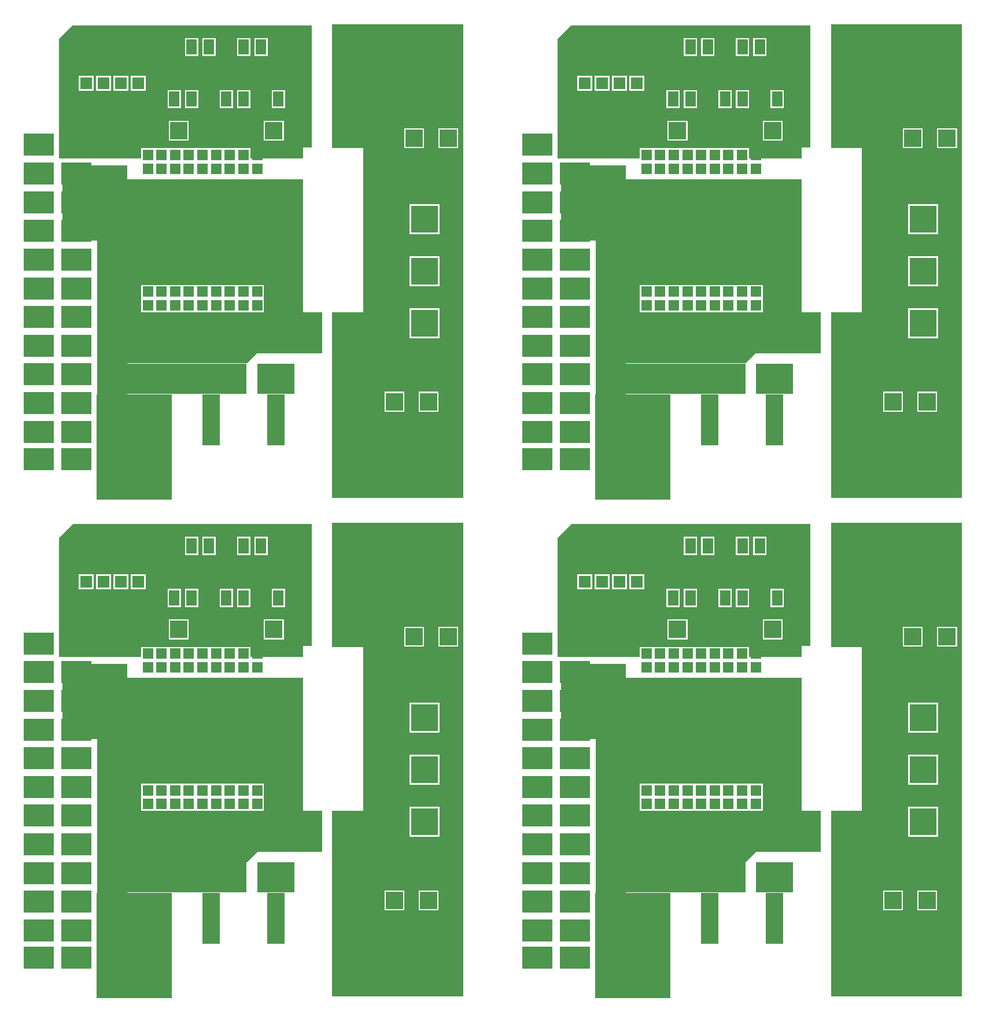
<source format=gtl>
G04 Layer_Physical_Order=1*
G04 Layer_Color=255*
%FSAX44Y44*%
%MOMM*%
G71*
G01*
G75*
%ADD10R,2.5000X7.5000*%
%ADD11R,5.5000X4.5000*%
%ADD12R,9.5000X11.0000*%
%ADD13R,4.5000X22.5000*%
%ADD14R,18.0000X4.5000*%
%ADD15R,11.0000X15.5000*%
%ADD16R,1.5000X2.3000*%
%ADD17R,2.5000X2.5000*%
%ADD18R,1.8000X1.8000*%
%ADD19R,4.4000X3.2000*%
%ADD20R,4.0000X4.0000*%
%ADD21R,1.6000X1.6000*%
G36*
X00749874Y00573139D02*
X00777874D01*
Y00513139D01*
X00682874D01*
X00667874Y00498139D01*
X00492874D01*
Y00768139D01*
X00749874D01*
Y00573139D01*
D02*
G37*
G36*
X00762874Y00814139D02*
X00749874D01*
Y00798139D01*
X00672874D01*
Y00813139D01*
X00652874D01*
X00652874Y00813139D01*
Y00813139D01*
X00634144D01*
X00632874Y00813139D01*
Y00813139D01*
X00632874D01*
Y00813139D01*
X00614144D01*
X00612874Y00813139D01*
Y00813139D01*
X00612874D01*
Y00813139D01*
X00594144D01*
X00592874Y00813139D01*
Y00813139D01*
X00592874D01*
Y00813139D01*
X00574144D01*
X00572874Y00813139D01*
Y00813139D01*
X00572874D01*
Y00813139D01*
X00554144D01*
X00552874Y00813139D01*
Y00813139D01*
X00552874D01*
Y00813139D01*
X00534144D01*
X00532874Y00813139D01*
Y00813139D01*
X00532874D01*
Y00813139D01*
X00512874D01*
Y00798139D01*
X00392874D01*
Y00928139D01*
Y00973139D01*
X00412874Y00993139D01*
X00762874D01*
Y00814139D01*
D02*
G37*
G36*
X00984540Y00301473D02*
X00792874D01*
Y00573139D01*
X00837874D01*
Y00813139D01*
X00792874D01*
Y00994805D01*
X00984540D01*
Y00301473D01*
D02*
G37*
%LPC*%
G36*
X00927374Y00842639D02*
X00898374D01*
Y00813639D01*
X00927374D01*
Y00842639D01*
D02*
G37*
G36*
X00977374D02*
X00948374D01*
Y00813639D01*
X00977374D01*
Y00842639D01*
D02*
G37*
G36*
X00582874Y00853139D02*
X00553874D01*
Y00824139D01*
X00582874D01*
Y00853139D01*
D02*
G37*
G36*
X00721874D02*
X00692874D01*
Y00824139D01*
X00721874D01*
Y00853139D01*
D02*
G37*
G36*
X00949874Y00731339D02*
X00905874D01*
Y00687339D01*
X00949874D01*
Y00731339D01*
D02*
G37*
G36*
X00948374Y00456639D02*
X00919374D01*
Y00427639D01*
X00948374D01*
Y00456639D01*
D02*
G37*
G36*
X00898374D02*
X00869374D01*
Y00427639D01*
X00898374D01*
Y00456639D01*
D02*
G37*
G36*
X00949874Y00578939D02*
X00905874D01*
Y00534939D01*
X00949874D01*
Y00578939D01*
D02*
G37*
G36*
X00632874Y00613139D02*
X00631604Y00613139D01*
X00614144D01*
X00612874Y00613139D01*
X00611604Y00613139D01*
X00594144D01*
X00592874Y00613139D01*
X00591604Y00613139D01*
X00574144D01*
X00572874Y00613139D01*
X00571604Y00613139D01*
X00554144D01*
X00552874Y00613139D01*
X00551604Y00613139D01*
X00534144D01*
X00532874Y00613139D01*
X00531604Y00613139D01*
X00512874D01*
Y00594409D01*
X00512874Y00593139D01*
X00512874Y00591869D01*
Y00573139D01*
X00531604D01*
X00532874Y00573139D01*
X00534144Y00573139D01*
X00551604D01*
X00552874Y00573139D01*
X00554144Y00573139D01*
X00571604D01*
X00572874Y00573139D01*
X00574144Y00573139D01*
X00591604D01*
X00592663Y00573139D01*
X00594144Y00573139D01*
X00611604D01*
X00612874Y00573139D01*
X00614144Y00573139D01*
X00631604D01*
X00632874Y00573139D01*
X00634144Y00573139D01*
X00651604D01*
X00652874Y00573139D01*
X00654144Y00573139D01*
X00671604D01*
X00672791Y00573139D01*
X00674144Y00573139D01*
X00692874D01*
Y00591869D01*
X00692874Y00593139D01*
X00692874Y00594409D01*
Y00613139D01*
X00674144D01*
X00672874Y00613139D01*
X00671604Y00613139D01*
X00654144D01*
X00652913Y00613139D01*
X00651604Y00613139D01*
X00634144D01*
X00632874Y00613139D01*
D02*
G37*
G36*
X00949874Y00655139D02*
X00905874D01*
Y00611139D01*
X00949874D01*
Y00655139D01*
D02*
G37*
G36*
X00596574Y00974739D02*
X00577574D01*
Y00947739D01*
X00596574D01*
Y00974739D01*
D02*
G37*
G36*
X00519674Y00919139D02*
X00497674D01*
Y00897139D01*
X00519674D01*
Y00919139D01*
D02*
G37*
G36*
X00494274D02*
X00472274D01*
Y00897139D01*
X00494274D01*
Y00919139D01*
D02*
G37*
G36*
X00698174Y00974739D02*
X00679174D01*
Y00947739D01*
X00698174D01*
Y00974739D01*
D02*
G37*
G36*
X00672774D02*
X00653774D01*
Y00947739D01*
X00672774D01*
Y00974739D01*
D02*
G37*
G36*
X00621974D02*
X00602974D01*
Y00947739D01*
X00621974D01*
Y00974739D01*
D02*
G37*
G36*
X00468874Y00919139D02*
X00446874D01*
Y00897139D01*
X00468874D01*
Y00919139D01*
D02*
G37*
G36*
X00647374Y00898539D02*
X00628374D01*
Y00871539D01*
X00647374D01*
Y00898539D01*
D02*
G37*
G36*
X00596574D02*
X00577574D01*
Y00871539D01*
X00596574D01*
Y00898539D01*
D02*
G37*
G36*
X00571174D02*
X00552174D01*
Y00871539D01*
X00571174D01*
Y00898539D01*
D02*
G37*
G36*
X00443474Y00919139D02*
X00421474D01*
Y00897139D01*
X00443474D01*
Y00919139D01*
D02*
G37*
G36*
X00723574Y00898539D02*
X00704574D01*
Y00871539D01*
X00723574D01*
Y00898539D01*
D02*
G37*
G36*
X00672774D02*
X00653774D01*
Y00871539D01*
X00672774D01*
Y00898539D01*
D02*
G37*
%LPD*%
G36*
X01479874Y00573139D02*
X01507874D01*
Y00513139D01*
X01412874D01*
X01397874Y00498139D01*
X01222874D01*
Y00768139D01*
X01479874D01*
Y00573139D01*
D02*
G37*
G36*
X01492874Y00814139D02*
X01479874D01*
Y00798139D01*
X01402874D01*
Y00813139D01*
X01382874D01*
X01382874Y00813139D01*
Y00813139D01*
X01364144D01*
X01362874Y00813139D01*
Y00813139D01*
X01362874D01*
Y00813139D01*
X01344144D01*
X01342874Y00813139D01*
Y00813139D01*
X01342874D01*
Y00813139D01*
X01324144D01*
X01322874Y00813139D01*
Y00813139D01*
X01322874D01*
Y00813139D01*
X01304144D01*
X01302874Y00813139D01*
Y00813139D01*
X01302874D01*
Y00813139D01*
X01284144D01*
X01282874Y00813139D01*
Y00813139D01*
X01282874D01*
Y00813139D01*
X01264144D01*
X01262874Y00813139D01*
Y00813139D01*
X01262874D01*
Y00813139D01*
X01242874D01*
Y00798139D01*
X01122874D01*
Y00928139D01*
Y00973139D01*
X01142874Y00993139D01*
X01492874D01*
Y00814139D01*
D02*
G37*
G36*
X01714540Y00301473D02*
X01522874D01*
Y00573139D01*
X01567874D01*
Y00813139D01*
X01522874D01*
Y00994805D01*
X01714540D01*
Y00301473D01*
D02*
G37*
%LPC*%
G36*
X01657374Y00842639D02*
X01628374D01*
Y00813639D01*
X01657374D01*
Y00842639D01*
D02*
G37*
G36*
X01707374D02*
X01678374D01*
Y00813639D01*
X01707374D01*
Y00842639D01*
D02*
G37*
G36*
X01312874Y00853139D02*
X01283874D01*
Y00824139D01*
X01312874D01*
Y00853139D01*
D02*
G37*
G36*
X01451874D02*
X01422874D01*
Y00824139D01*
X01451874D01*
Y00853139D01*
D02*
G37*
G36*
X01679874Y00731339D02*
X01635874D01*
Y00687339D01*
X01679874D01*
Y00731339D01*
D02*
G37*
G36*
X01678374Y00456639D02*
X01649374D01*
Y00427639D01*
X01678374D01*
Y00456639D01*
D02*
G37*
G36*
X01628374D02*
X01599374D01*
Y00427639D01*
X01628374D01*
Y00456639D01*
D02*
G37*
G36*
X01679874Y00578939D02*
X01635874D01*
Y00534939D01*
X01679874D01*
Y00578939D01*
D02*
G37*
G36*
X01362874Y00613139D02*
X01361604Y00613139D01*
X01344144D01*
X01342874Y00613139D01*
X01341604Y00613139D01*
X01324144D01*
X01322874Y00613139D01*
X01321604Y00613139D01*
X01304144D01*
X01302874Y00613139D01*
X01301604Y00613139D01*
X01284144D01*
X01282874Y00613139D01*
X01281604Y00613139D01*
X01264144D01*
X01262874Y00613139D01*
X01261604Y00613139D01*
X01242874D01*
Y00594409D01*
X01242874Y00593139D01*
X01242874Y00591869D01*
Y00573139D01*
X01261604D01*
X01262874Y00573139D01*
X01264144Y00573139D01*
X01281604D01*
X01282874Y00573139D01*
X01284144Y00573139D01*
X01301604D01*
X01302874Y00573139D01*
X01304144Y00573139D01*
X01321604D01*
X01322664Y00573139D01*
X01324144Y00573139D01*
X01341604D01*
X01342874Y00573139D01*
X01344144Y00573139D01*
X01361604D01*
X01362874Y00573139D01*
X01364144Y00573139D01*
X01381604D01*
X01382874Y00573139D01*
X01384144Y00573139D01*
X01401604D01*
X01402791Y00573139D01*
X01404144Y00573139D01*
X01422874D01*
Y00591869D01*
X01422874Y00593139D01*
X01422874Y00594409D01*
Y00613139D01*
X01404144D01*
X01402874Y00613139D01*
X01401604Y00613139D01*
X01384144D01*
X01382913Y00613139D01*
X01381604Y00613139D01*
X01364144D01*
X01362874Y00613139D01*
D02*
G37*
G36*
X01679874Y00655139D02*
X01635874D01*
Y00611139D01*
X01679874D01*
Y00655139D01*
D02*
G37*
G36*
X01326574Y00974739D02*
X01307574D01*
Y00947739D01*
X01326574D01*
Y00974739D01*
D02*
G37*
G36*
X01249674Y00919139D02*
X01227674D01*
Y00897139D01*
X01249674D01*
Y00919139D01*
D02*
G37*
G36*
X01224274D02*
X01202274D01*
Y00897139D01*
X01224274D01*
Y00919139D01*
D02*
G37*
G36*
X01428174Y00974739D02*
X01409174D01*
Y00947739D01*
X01428174D01*
Y00974739D01*
D02*
G37*
G36*
X01402774D02*
X01383774D01*
Y00947739D01*
X01402774D01*
Y00974739D01*
D02*
G37*
G36*
X01351974D02*
X01332974D01*
Y00947739D01*
X01351974D01*
Y00974739D01*
D02*
G37*
G36*
X01198874Y00919139D02*
X01176874D01*
Y00897139D01*
X01198874D01*
Y00919139D01*
D02*
G37*
G36*
X01377374Y00898539D02*
X01358374D01*
Y00871539D01*
X01377374D01*
Y00898539D01*
D02*
G37*
G36*
X01326574D02*
X01307574D01*
Y00871539D01*
X01326574D01*
Y00898539D01*
D02*
G37*
G36*
X01301174D02*
X01282174D01*
Y00871539D01*
X01301174D01*
Y00898539D01*
D02*
G37*
G36*
X01173474Y00919139D02*
X01151474D01*
Y00897139D01*
X01173474D01*
Y00919139D01*
D02*
G37*
G36*
X01453574Y00898539D02*
X01434574D01*
Y00871539D01*
X01453574D01*
Y00898539D01*
D02*
G37*
G36*
X01402774D02*
X01383774D01*
Y00871539D01*
X01402774D01*
Y00898539D01*
D02*
G37*
%LPD*%
G36*
X00749874Y01303139D02*
X00777874D01*
Y01243139D01*
X00682874D01*
X00667874Y01228139D01*
X00492874D01*
Y01498139D01*
X00749874D01*
Y01303139D01*
D02*
G37*
G36*
X00762874Y01544139D02*
X00749874D01*
Y01528139D01*
X00672874D01*
Y01543139D01*
X00652874D01*
X00652874Y01543139D01*
Y01543139D01*
X00634144D01*
X00632874Y01543139D01*
Y01543139D01*
X00632874D01*
Y01543139D01*
X00614144D01*
X00612874Y01543139D01*
Y01543139D01*
X00612874D01*
Y01543139D01*
X00594144D01*
X00592874Y01543139D01*
Y01543139D01*
X00592874D01*
Y01543139D01*
X00574144D01*
X00572874Y01543139D01*
Y01543139D01*
X00572874D01*
Y01543139D01*
X00554144D01*
X00552874Y01543139D01*
Y01543139D01*
X00552874D01*
Y01543139D01*
X00534144D01*
X00532874Y01543139D01*
Y01543139D01*
X00532874D01*
Y01543139D01*
X00512874D01*
Y01528139D01*
X00392874D01*
Y01658139D01*
Y01703139D01*
X00412874Y01723139D01*
X00762874D01*
Y01544139D01*
D02*
G37*
G36*
X00984540Y01031473D02*
X00792874D01*
Y01303139D01*
X00837874D01*
Y01543139D01*
X00792874D01*
Y01724805D01*
X00984540D01*
Y01031473D01*
D02*
G37*
%LPC*%
G36*
X00927374Y01572639D02*
X00898374D01*
Y01543639D01*
X00927374D01*
Y01572639D01*
D02*
G37*
G36*
X00977374D02*
X00948374D01*
Y01543639D01*
X00977374D01*
Y01572639D01*
D02*
G37*
G36*
X00582874Y01583139D02*
X00553874D01*
Y01554139D01*
X00582874D01*
Y01583139D01*
D02*
G37*
G36*
X00721874D02*
X00692874D01*
Y01554139D01*
X00721874D01*
Y01583139D01*
D02*
G37*
G36*
X00949874Y01461339D02*
X00905874D01*
Y01417339D01*
X00949874D01*
Y01461339D01*
D02*
G37*
G36*
X00948374Y01186639D02*
X00919374D01*
Y01157639D01*
X00948374D01*
Y01186639D01*
D02*
G37*
G36*
X00898374D02*
X00869374D01*
Y01157639D01*
X00898374D01*
Y01186639D01*
D02*
G37*
G36*
X00949874Y01308939D02*
X00905874D01*
Y01264939D01*
X00949874D01*
Y01308939D01*
D02*
G37*
G36*
X00632874Y01343139D02*
X00631604Y01343139D01*
X00614144D01*
X00612874Y01343139D01*
X00611604Y01343139D01*
X00594144D01*
X00592874Y01343139D01*
X00591604Y01343139D01*
X00574144D01*
X00572874Y01343139D01*
X00571604Y01343139D01*
X00554144D01*
X00552874Y01343139D01*
X00551604Y01343139D01*
X00534144D01*
X00532874Y01343139D01*
X00531604Y01343139D01*
X00512874D01*
Y01324409D01*
X00512874Y01323139D01*
X00512874Y01321869D01*
Y01303139D01*
X00531604D01*
X00532874Y01303139D01*
X00534144Y01303139D01*
X00551604D01*
X00552874Y01303139D01*
X00554144Y01303139D01*
X00571604D01*
X00572874Y01303139D01*
X00574144Y01303139D01*
X00591604D01*
X00592663Y01303139D01*
X00594144Y01303139D01*
X00611604D01*
X00612874Y01303139D01*
X00614144Y01303139D01*
X00631604D01*
X00632874Y01303139D01*
X00634144Y01303139D01*
X00651604D01*
X00652874Y01303139D01*
X00654144Y01303139D01*
X00671604D01*
X00672791Y01303139D01*
X00674144Y01303139D01*
X00692874D01*
Y01321869D01*
X00692874Y01323139D01*
X00692874Y01324409D01*
Y01343139D01*
X00674144D01*
X00672874Y01343139D01*
X00671604Y01343139D01*
X00654144D01*
X00652913Y01343139D01*
X00651604Y01343139D01*
X00634144D01*
X00632874Y01343139D01*
D02*
G37*
G36*
X00949874Y01385139D02*
X00905874D01*
Y01341139D01*
X00949874D01*
Y01385139D01*
D02*
G37*
G36*
X00596574Y01704739D02*
X00577574D01*
Y01677739D01*
X00596574D01*
Y01704739D01*
D02*
G37*
G36*
X00519674Y01649139D02*
X00497674D01*
Y01627139D01*
X00519674D01*
Y01649139D01*
D02*
G37*
G36*
X00494274D02*
X00472274D01*
Y01627139D01*
X00494274D01*
Y01649139D01*
D02*
G37*
G36*
X00698174Y01704739D02*
X00679174D01*
Y01677739D01*
X00698174D01*
Y01704739D01*
D02*
G37*
G36*
X00672774D02*
X00653774D01*
Y01677739D01*
X00672774D01*
Y01704739D01*
D02*
G37*
G36*
X00621974D02*
X00602974D01*
Y01677739D01*
X00621974D01*
Y01704739D01*
D02*
G37*
G36*
X00468874Y01649139D02*
X00446874D01*
Y01627139D01*
X00468874D01*
Y01649139D01*
D02*
G37*
G36*
X00647374Y01628539D02*
X00628374D01*
Y01601539D01*
X00647374D01*
Y01628539D01*
D02*
G37*
G36*
X00596574D02*
X00577574D01*
Y01601539D01*
X00596574D01*
Y01628539D01*
D02*
G37*
G36*
X00571174D02*
X00552174D01*
Y01601539D01*
X00571174D01*
Y01628539D01*
D02*
G37*
G36*
X00443474Y01649139D02*
X00421474D01*
Y01627139D01*
X00443474D01*
Y01649139D01*
D02*
G37*
G36*
X00723574Y01628539D02*
X00704574D01*
Y01601539D01*
X00723574D01*
Y01628539D01*
D02*
G37*
G36*
X00672774D02*
X00653774D01*
Y01601539D01*
X00672774D01*
Y01628539D01*
D02*
G37*
%LPD*%
G36*
X01479874Y01303139D02*
X01507874D01*
Y01243139D01*
X01412874D01*
X01397874Y01228139D01*
X01222874D01*
Y01498139D01*
X01479874D01*
Y01303139D01*
D02*
G37*
G36*
X01492874Y01544139D02*
X01479874D01*
Y01528139D01*
X01402874D01*
Y01543139D01*
X01382874D01*
X01382874Y01543139D01*
Y01543139D01*
X01364144D01*
X01362874Y01543139D01*
Y01543139D01*
X01362874D01*
Y01543139D01*
X01344144D01*
X01342874Y01543139D01*
Y01543139D01*
X01342874D01*
Y01543139D01*
X01324144D01*
X01322874Y01543139D01*
Y01543139D01*
X01322874D01*
Y01543139D01*
X01304144D01*
X01302874Y01543139D01*
Y01543139D01*
X01302874D01*
Y01543139D01*
X01284144D01*
X01282874Y01543139D01*
Y01543139D01*
X01282874D01*
Y01543139D01*
X01264144D01*
X01262874Y01543139D01*
Y01543139D01*
X01262874D01*
Y01543139D01*
X01242874D01*
Y01528139D01*
X01122874D01*
Y01658139D01*
Y01703139D01*
X01142874Y01723139D01*
X01492874D01*
Y01544139D01*
D02*
G37*
G36*
X01714540Y01031473D02*
X01522874D01*
Y01303139D01*
X01567874D01*
Y01543139D01*
X01522874D01*
Y01724805D01*
X01714540D01*
Y01031473D01*
D02*
G37*
%LPC*%
G36*
X01657374Y01572639D02*
X01628374D01*
Y01543639D01*
X01657374D01*
Y01572639D01*
D02*
G37*
G36*
X01707374D02*
X01678374D01*
Y01543639D01*
X01707374D01*
Y01572639D01*
D02*
G37*
G36*
X01312874Y01583139D02*
X01283874D01*
Y01554139D01*
X01312874D01*
Y01583139D01*
D02*
G37*
G36*
X01451874D02*
X01422874D01*
Y01554139D01*
X01451874D01*
Y01583139D01*
D02*
G37*
G36*
X01679874Y01461339D02*
X01635874D01*
Y01417339D01*
X01679874D01*
Y01461339D01*
D02*
G37*
G36*
X01678374Y01186639D02*
X01649374D01*
Y01157639D01*
X01678374D01*
Y01186639D01*
D02*
G37*
G36*
X01628374D02*
X01599374D01*
Y01157639D01*
X01628374D01*
Y01186639D01*
D02*
G37*
G36*
X01679874Y01308939D02*
X01635874D01*
Y01264939D01*
X01679874D01*
Y01308939D01*
D02*
G37*
G36*
X01362874Y01343139D02*
X01361604Y01343139D01*
X01344144D01*
X01342874Y01343139D01*
X01341604Y01343139D01*
X01324144D01*
X01322874Y01343139D01*
X01321604Y01343139D01*
X01304144D01*
X01302874Y01343139D01*
X01301604Y01343139D01*
X01284144D01*
X01282874Y01343139D01*
X01281604Y01343139D01*
X01264144D01*
X01262874Y01343139D01*
X01261604Y01343139D01*
X01242874D01*
Y01324409D01*
X01242874Y01323139D01*
X01242874Y01321869D01*
Y01303139D01*
X01261604D01*
X01262874Y01303139D01*
X01264144Y01303139D01*
X01281604D01*
X01282874Y01303139D01*
X01284144Y01303139D01*
X01301604D01*
X01302874Y01303139D01*
X01304144Y01303139D01*
X01321604D01*
X01322664Y01303139D01*
X01324144Y01303139D01*
X01341604D01*
X01342874Y01303139D01*
X01344144Y01303139D01*
X01361604D01*
X01362874Y01303139D01*
X01364144Y01303139D01*
X01381604D01*
X01382874Y01303139D01*
X01384144Y01303139D01*
X01401604D01*
X01402791Y01303139D01*
X01404144Y01303139D01*
X01422874D01*
Y01321869D01*
X01422874Y01323139D01*
X01422874Y01324409D01*
Y01343139D01*
X01404144D01*
X01402874Y01343139D01*
X01401604Y01343139D01*
X01384144D01*
X01382913Y01343139D01*
X01381604Y01343139D01*
X01364144D01*
X01362874Y01343139D01*
D02*
G37*
G36*
X01679874Y01385139D02*
X01635874D01*
Y01341139D01*
X01679874D01*
Y01385139D01*
D02*
G37*
G36*
X01326574Y01704739D02*
X01307574D01*
Y01677739D01*
X01326574D01*
Y01704739D01*
D02*
G37*
G36*
X01249674Y01649139D02*
X01227674D01*
Y01627139D01*
X01249674D01*
Y01649139D01*
D02*
G37*
G36*
X01224274D02*
X01202274D01*
Y01627139D01*
X01224274D01*
Y01649139D01*
D02*
G37*
G36*
X01428174Y01704739D02*
X01409174D01*
Y01677739D01*
X01428174D01*
Y01704739D01*
D02*
G37*
G36*
X01402774D02*
X01383774D01*
Y01677739D01*
X01402774D01*
Y01704739D01*
D02*
G37*
G36*
X01351974D02*
X01332974D01*
Y01677739D01*
X01351974D01*
Y01704739D01*
D02*
G37*
G36*
X01198874Y01649139D02*
X01176874D01*
Y01627139D01*
X01198874D01*
Y01649139D01*
D02*
G37*
G36*
X01377374Y01628539D02*
X01358374D01*
Y01601539D01*
X01377374D01*
Y01628539D01*
D02*
G37*
G36*
X01326574D02*
X01307574D01*
Y01601539D01*
X01326574D01*
Y01628539D01*
D02*
G37*
G36*
X01301174D02*
X01282174D01*
Y01601539D01*
X01301174D01*
Y01628539D01*
D02*
G37*
G36*
X01173474Y01649139D02*
X01151474D01*
Y01627139D01*
X01173474D01*
Y01649139D01*
D02*
G37*
G36*
X01453574Y01628539D02*
X01434574D01*
Y01601539D01*
X01453574D01*
Y01628539D01*
D02*
G37*
G36*
X01402774D02*
X01383774D01*
Y01601539D01*
X01402774D01*
Y01628539D01*
D02*
G37*
%LPD*%
D10*
X00615374Y00415639D02*
D03*
X00710374D02*
D03*
X01345374D02*
D03*
X01440374D02*
D03*
Y01145639D02*
D03*
X01345374D02*
D03*
X00710374D02*
D03*
X00615374D02*
D03*
D11*
X00710374Y00475639D02*
D03*
X01440374D02*
D03*
Y01205639D02*
D03*
X00710374D02*
D03*
D12*
X00445374Y00733139D02*
D03*
Y01463139D02*
D03*
X01175374Y00733139D02*
D03*
Y01463139D02*
D03*
D13*
X00470374Y00565639D02*
D03*
X01200374D02*
D03*
Y01295639D02*
D03*
X00470374D02*
D03*
D14*
X00577874Y00475639D02*
D03*
X01307874D02*
D03*
Y01205639D02*
D03*
X00577874D02*
D03*
D15*
X00502874Y00375639D02*
D03*
X01232874D02*
D03*
Y01105639D02*
D03*
X00502874D02*
D03*
D16*
X00714074Y00885039D02*
D03*
X00688674D02*
D03*
X00663274D02*
D03*
X00637874D02*
D03*
X00612474D02*
D03*
X00587074D02*
D03*
X00561674D02*
D03*
X00637874Y00961239D02*
D03*
X00663274D02*
D03*
X00688674D02*
D03*
X00714074D02*
D03*
X00612474D02*
D03*
X00587074D02*
D03*
X00561674D02*
D03*
X00714074Y01615039D02*
D03*
X00688674D02*
D03*
X00663274D02*
D03*
X00637874D02*
D03*
X00612474D02*
D03*
X00587074D02*
D03*
X00561674D02*
D03*
X00637874Y01691239D02*
D03*
X00663274D02*
D03*
X00688674D02*
D03*
X00714074D02*
D03*
X00612474D02*
D03*
X00587074D02*
D03*
X00561674D02*
D03*
X01291674Y00961239D02*
D03*
X01317074D02*
D03*
X01342474D02*
D03*
X01367874D02*
D03*
X01393274D02*
D03*
X01418674D02*
D03*
X01444074D02*
D03*
X01393274Y00885039D02*
D03*
X01418674D02*
D03*
X01444074D02*
D03*
X01367874D02*
D03*
X01342474D02*
D03*
X01317074D02*
D03*
X01291674D02*
D03*
X01418674Y01615039D02*
D03*
X01444074D02*
D03*
X01393274D02*
D03*
X01367874D02*
D03*
X01342474D02*
D03*
X01317074D02*
D03*
X01291674D02*
D03*
X01367874Y01691239D02*
D03*
X01393274D02*
D03*
X01418674D02*
D03*
X01444074D02*
D03*
X01342474D02*
D03*
X01317074D02*
D03*
X01291674D02*
D03*
D17*
X00707374Y00838639D02*
D03*
X00568374D02*
D03*
X00883874Y01172139D02*
D03*
X00933874D02*
D03*
X00912874Y00828139D02*
D03*
X00962874D02*
D03*
X01298374Y00838639D02*
D03*
X01437374D02*
D03*
X01642874Y00828139D02*
D03*
X01692874D02*
D03*
X01663874Y01172139D02*
D03*
X01613874D02*
D03*
X01692874Y01558139D02*
D03*
X01642874D02*
D03*
X01437374Y01568639D02*
D03*
X01298374D02*
D03*
X00962874Y01558139D02*
D03*
X00912874D02*
D03*
X00707374Y01568639D02*
D03*
X00568374D02*
D03*
X00883874Y00442139D02*
D03*
X00933874D02*
D03*
X01613874D02*
D03*
X01663874D02*
D03*
D18*
X00508674Y00908139D02*
D03*
X00483274D02*
D03*
X00457874D02*
D03*
X00432474D02*
D03*
X00407074D02*
D03*
X01137074D02*
D03*
X01162474D02*
D03*
X01187874D02*
D03*
X01213274D02*
D03*
X01238674D02*
D03*
Y01638139D02*
D03*
X01213274D02*
D03*
X01187874D02*
D03*
X01162474D02*
D03*
X01137074D02*
D03*
X00508674D02*
D03*
X00483274D02*
D03*
X00457874D02*
D03*
X00432474D02*
D03*
X00407074D02*
D03*
D19*
X00362874Y00358139D02*
D03*
Y00398139D02*
D03*
Y00440139D02*
D03*
Y00482139D02*
D03*
X00417874Y00398139D02*
D03*
Y00358139D02*
D03*
Y00440139D02*
D03*
Y00482139D02*
D03*
Y00524139D02*
D03*
Y00566139D02*
D03*
Y00608139D02*
D03*
Y00650139D02*
D03*
Y00692139D02*
D03*
Y00734139D02*
D03*
Y00776139D02*
D03*
Y00818139D02*
D03*
X00362874D02*
D03*
Y00776139D02*
D03*
Y00734139D02*
D03*
Y00692139D02*
D03*
Y00650139D02*
D03*
Y00608139D02*
D03*
Y00566139D02*
D03*
Y00524139D02*
D03*
X00417874Y01088139D02*
D03*
Y01128139D02*
D03*
Y01170139D02*
D03*
Y01212139D02*
D03*
Y01254139D02*
D03*
Y01296139D02*
D03*
Y01338139D02*
D03*
Y01380139D02*
D03*
Y01422139D02*
D03*
Y01464139D02*
D03*
Y01506139D02*
D03*
Y01548139D02*
D03*
X00362874D02*
D03*
Y01506139D02*
D03*
Y01464139D02*
D03*
Y01422139D02*
D03*
Y01380139D02*
D03*
Y01338139D02*
D03*
Y01296139D02*
D03*
Y01254139D02*
D03*
Y01212139D02*
D03*
Y01170139D02*
D03*
Y01128139D02*
D03*
Y01088139D02*
D03*
X01092874Y00358139D02*
D03*
Y00398139D02*
D03*
Y00440139D02*
D03*
Y00482139D02*
D03*
X01147874Y00398139D02*
D03*
Y00358139D02*
D03*
Y00440139D02*
D03*
Y00482139D02*
D03*
Y00524139D02*
D03*
Y00566139D02*
D03*
Y00608139D02*
D03*
Y00650139D02*
D03*
Y00692139D02*
D03*
Y00734139D02*
D03*
Y00776139D02*
D03*
Y00818139D02*
D03*
X01092874D02*
D03*
Y00776139D02*
D03*
Y00734139D02*
D03*
Y00692139D02*
D03*
Y00650139D02*
D03*
Y00608139D02*
D03*
Y00566139D02*
D03*
Y00524139D02*
D03*
X01147874Y01088139D02*
D03*
Y01128139D02*
D03*
Y01170139D02*
D03*
Y01212139D02*
D03*
Y01254139D02*
D03*
Y01296139D02*
D03*
Y01338139D02*
D03*
Y01380139D02*
D03*
Y01422139D02*
D03*
Y01464139D02*
D03*
Y01506139D02*
D03*
Y01548139D02*
D03*
X01092874D02*
D03*
Y01506139D02*
D03*
Y01464139D02*
D03*
Y01422139D02*
D03*
Y01380139D02*
D03*
Y01338139D02*
D03*
Y01296139D02*
D03*
Y01254139D02*
D03*
Y01212139D02*
D03*
Y01170139D02*
D03*
Y01128139D02*
D03*
Y01088139D02*
D03*
D20*
X00927874Y00556939D02*
D03*
Y00633139D02*
D03*
Y00709339D02*
D03*
Y01286939D02*
D03*
Y01363139D02*
D03*
Y01439339D02*
D03*
X01657874Y00709339D02*
D03*
Y00633139D02*
D03*
Y00556939D02*
D03*
Y01286939D02*
D03*
Y01363139D02*
D03*
Y01439339D02*
D03*
D21*
X00562874Y00583139D02*
D03*
X00582874D02*
D03*
X00602874Y00583139D02*
D03*
X00622874Y00583139D02*
D03*
X00642874D02*
D03*
X00662874D02*
D03*
X00682874Y00583139D02*
D03*
Y00603139D02*
D03*
X00662874D02*
D03*
X00642874Y00603139D02*
D03*
X00622874Y00603139D02*
D03*
X00602874D02*
D03*
X00582874D02*
D03*
X00562874D02*
D03*
X00542874D02*
D03*
X00522874D02*
D03*
Y00583139D02*
D03*
X00542874D02*
D03*
X00662874Y00783139D02*
D03*
X00682874D02*
D03*
Y00803139D02*
D03*
X00662874Y00803139D02*
D03*
X00642874Y00803139D02*
D03*
X00622874D02*
D03*
Y00783139D02*
D03*
X00642874D02*
D03*
X00602874Y00803139D02*
D03*
Y00783139D02*
D03*
X00582874Y00803139D02*
D03*
X00562874D02*
D03*
Y00783139D02*
D03*
X00582874D02*
D03*
X00542874Y00803139D02*
D03*
X00522874D02*
D03*
Y00783139D02*
D03*
X00542874D02*
D03*
X00662874Y01313139D02*
D03*
X00682874Y01313139D02*
D03*
Y01333139D02*
D03*
X00662874D02*
D03*
X00642874Y01333139D02*
D03*
X00622874Y01333139D02*
D03*
Y01313139D02*
D03*
X00642874D02*
D03*
X00602874Y01333139D02*
D03*
Y01313139D02*
D03*
X00582874Y01333139D02*
D03*
X00562874D02*
D03*
Y01313139D02*
D03*
X00582874D02*
D03*
X00542874Y01333139D02*
D03*
X00522874D02*
D03*
Y01313139D02*
D03*
X00542874D02*
D03*
X00662874Y01513139D02*
D03*
X00682874D02*
D03*
Y01533139D02*
D03*
X00662874Y01533139D02*
D03*
X00642874Y01533139D02*
D03*
X00622874D02*
D03*
Y01513139D02*
D03*
X00642874D02*
D03*
X00602874Y01533139D02*
D03*
Y01513139D02*
D03*
X00582874Y01533139D02*
D03*
X00562874D02*
D03*
Y01513139D02*
D03*
X00582874D02*
D03*
X00542874Y01533139D02*
D03*
X00522874D02*
D03*
Y01513139D02*
D03*
X00542874D02*
D03*
X01252874Y00783139D02*
D03*
X01272874D02*
D03*
X01292874D02*
D03*
X01312874D02*
D03*
X01332874D02*
D03*
X01352874D02*
D03*
X01372874D02*
D03*
X01392874D02*
D03*
X01412874D02*
D03*
Y00803139D02*
D03*
X01392874Y00803139D02*
D03*
X01372874Y00803139D02*
D03*
X01352874D02*
D03*
X01332874D02*
D03*
X01312874D02*
D03*
X01292874D02*
D03*
X01272874D02*
D03*
X01252874D02*
D03*
Y00603139D02*
D03*
X01272874D02*
D03*
Y00583139D02*
D03*
X01252874D02*
D03*
X01292874D02*
D03*
X01312874D02*
D03*
X01332874Y00583139D02*
D03*
X01352874Y00583139D02*
D03*
X01372874D02*
D03*
X01392874D02*
D03*
X01412874Y00583139D02*
D03*
Y00603139D02*
D03*
X01392874D02*
D03*
X01372874Y00603139D02*
D03*
X01352874Y00603139D02*
D03*
X01332874D02*
D03*
X01312874D02*
D03*
X01292874D02*
D03*
X01392874Y01313139D02*
D03*
X01412874Y01313139D02*
D03*
Y01333139D02*
D03*
X01392874D02*
D03*
X01372874Y01333139D02*
D03*
X01352874Y01333139D02*
D03*
Y01313139D02*
D03*
X01372874D02*
D03*
X01332874Y01333139D02*
D03*
Y01313139D02*
D03*
X01312874Y01333139D02*
D03*
X01292874D02*
D03*
Y01313139D02*
D03*
X01312874D02*
D03*
X01272874Y01333139D02*
D03*
X01252874D02*
D03*
Y01313139D02*
D03*
X01272874D02*
D03*
X01392874Y01513139D02*
D03*
X01412874D02*
D03*
Y01533139D02*
D03*
X01392874Y01533139D02*
D03*
X01372874Y01533139D02*
D03*
X01352874D02*
D03*
Y01513139D02*
D03*
X01372874D02*
D03*
X01332874Y01533139D02*
D03*
Y01513139D02*
D03*
X01312874Y01533139D02*
D03*
X01292874D02*
D03*
Y01513139D02*
D03*
X01312874D02*
D03*
X01272874Y01533139D02*
D03*
X01252874D02*
D03*
Y01513139D02*
D03*
X01272874D02*
D03*
M02*

</source>
